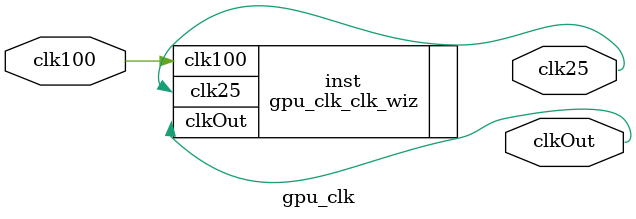
<source format=v>


`timescale 1ps/1ps

(* CORE_GENERATION_INFO = "gpu_clk,clk_wiz_v5_4_3_0,{component_name=gpu_clk,use_phase_alignment=true,use_min_o_jitter=false,use_max_i_jitter=false,use_dyn_phase_shift=false,use_inclk_switchover=false,use_dyn_reconfig=false,enable_axi=0,feedback_source=FDBK_AUTO,PRIMITIVE=MMCM,num_out_clk=2,clkin1_period=10.000,clkin2_period=10.000,use_power_down=false,use_reset=false,use_locked=false,use_inclk_stopped=false,feedback_type=SINGLE,CLOCK_MGR_TYPE=NA,manual_override=false}" *)

module gpu_clk 
 (
  // Clock out ports
  output        clk25,
  output        clkOut,
 // Clock in ports
  input         clk100
 );

  gpu_clk_clk_wiz inst
  (
  // Clock out ports  
  .clk25(clk25),
  .clkOut(clkOut),
 // Clock in ports
  .clk100(clk100)
  );

endmodule

</source>
